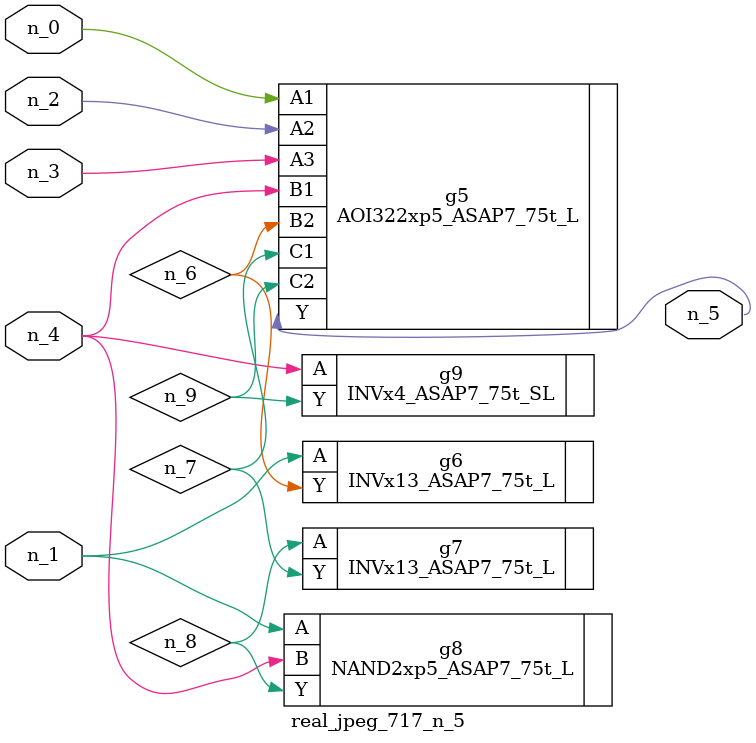
<source format=v>
module real_jpeg_717_n_5 (n_4, n_0, n_1, n_2, n_3, n_5);

input n_4;
input n_0;
input n_1;
input n_2;
input n_3;

output n_5;

wire n_8;
wire n_6;
wire n_7;
wire n_9;

AOI322xp5_ASAP7_75t_L g5 ( 
.A1(n_0),
.A2(n_2),
.A3(n_3),
.B1(n_4),
.B2(n_6),
.C1(n_7),
.C2(n_9),
.Y(n_5)
);

INVx13_ASAP7_75t_L g6 ( 
.A(n_1),
.Y(n_6)
);

NAND2xp5_ASAP7_75t_L g8 ( 
.A(n_1),
.B(n_4),
.Y(n_8)
);

INVx4_ASAP7_75t_SL g9 ( 
.A(n_4),
.Y(n_9)
);

INVx13_ASAP7_75t_L g7 ( 
.A(n_8),
.Y(n_7)
);


endmodule
</source>
